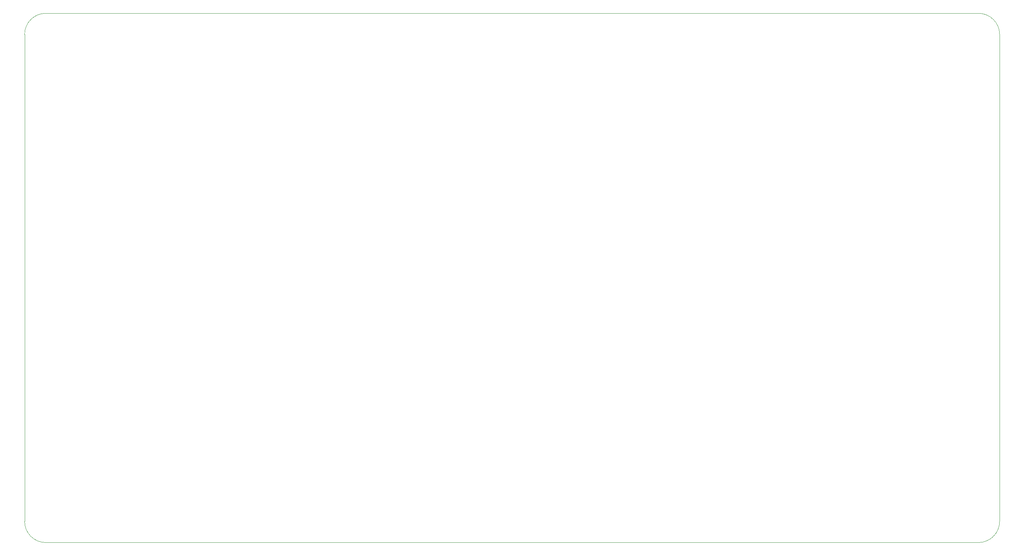
<source format=gbr>
%TF.GenerationSoftware,KiCad,Pcbnew,7.0.8*%
%TF.CreationDate,2024-04-24T16:06:16-06:00*%
%TF.ProjectId,Motherboard23-24,4d6f7468-6572-4626-9f61-726432332d32,rev?*%
%TF.SameCoordinates,Original*%
%TF.FileFunction,Profile,NP*%
%FSLAX46Y46*%
G04 Gerber Fmt 4.6, Leading zero omitted, Abs format (unit mm)*
G04 Created by KiCad (PCBNEW 7.0.8) date 2024-04-24 16:06:16*
%MOMM*%
%LPD*%
G01*
G04 APERTURE LIST*
%TA.AperFunction,Profile*%
%ADD10C,0.100000*%
%TD*%
G04 APERTURE END LIST*
D10*
X22500000Y-137500000D02*
X22500000Y-22500000D01*
X252500000Y-22500000D02*
G75*
G03*
X247500000Y-17500000I-5000000J0D01*
G01*
X247500000Y-142500000D02*
G75*
G03*
X252500000Y-137500000I0J5000000D01*
G01*
X252500000Y-22500000D02*
X252500000Y-137500000D01*
X27500000Y-17500000D02*
X247500000Y-17500000D01*
X22500000Y-137500000D02*
G75*
G03*
X27500000Y-142500000I5000000J0D01*
G01*
X247500000Y-142500000D02*
X27500000Y-142500000D01*
X27500000Y-17500000D02*
G75*
G03*
X22500000Y-22500000I0J-5000000D01*
G01*
M02*

</source>
